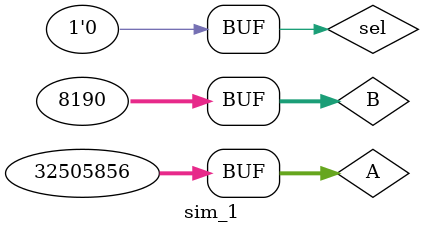
<source format=v>

module sim_1;
    //inputs
    reg [31:0] A;
    reg [31:0] B;
    reg sel;
    
    //output
    wire [31:0] F;
    
    //Instantiate the Unit Under Test(UUT)
    MUX_2_1_32 uut(F,A,B,sel);
        initial begin
        #0
        A=0;
        B=0;
        sel=0;
        
     
        #100
        A=32'b00000000000000000000000000000000;
        B=32'b00000000000111110000000000000000;
        sel=1;
        #100
        A=32'b00000001111100000000000000000000;
        B=32'b00000000000000000001111111111110;
        sel=0;
    end
endmodule

</source>
